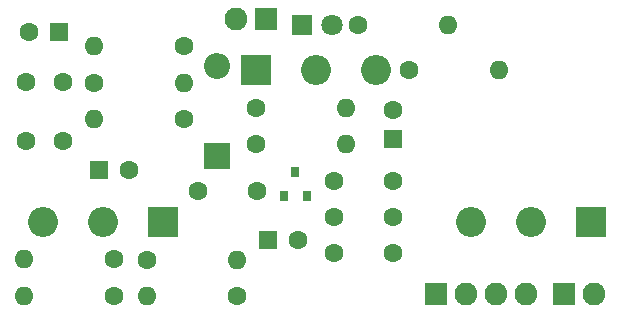
<source format=gbs>
%TF.GenerationSoftware,KiCad,Pcbnew,6.0.0+dfsg1-2*%
%TF.CreationDate,2022-01-11T21:45:25+02:00*%
%TF.ProjectId,gota-de-limon,676f7461-2d64-4652-9d6c-696d6f6e2e6b,rev?*%
%TF.SameCoordinates,Original*%
%TF.FileFunction,Soldermask,Bot*%
%TF.FilePolarity,Negative*%
%FSLAX46Y46*%
G04 Gerber Fmt 4.6, Leading zero omitted, Abs format (unit mm)*
G04 Created by KiCad (PCBNEW 6.0.0+dfsg1-2) date 2022-01-11 21:45:25*
%MOMM*%
%LPD*%
G01*
G04 APERTURE LIST*
%ADD10C,1.600000*%
%ADD11O,1.600000X1.600000*%
%ADD12R,2.200000X2.200000*%
%ADD13O,2.200000X2.200000*%
%ADD14R,1.930400X1.930400*%
%ADD15O,1.930400X1.930400*%
%ADD16R,1.600000X1.600000*%
%ADD17R,2.540000X2.540000*%
%ADD18O,2.540000X2.540000*%
%ADD19R,1.800000X1.800000*%
%ADD20C,1.800000*%
%ADD21R,0.800000X0.900000*%
G04 APERTURE END LIST*
D10*
%TO.C,R2*%
X52500000Y-48725000D03*
D11*
X44880000Y-48725000D03*
%TD*%
D10*
%TO.C,C7*%
X39170000Y-51830000D03*
X39170000Y-56830000D03*
%TD*%
D12*
%TO.C,D2*%
X55360000Y-58110000D03*
D13*
X55360000Y-50490000D03*
%TD*%
D14*
%TO.C,J3*%
X84680000Y-69720000D03*
D15*
X87220000Y-69720000D03*
%TD*%
D10*
%TO.C,C9*%
X42250000Y-56825000D03*
X42250000Y-51825000D03*
%TD*%
%TO.C,R5*%
X44900000Y-51850000D03*
D11*
X52520000Y-51850000D03*
%TD*%
D10*
%TO.C,C6*%
X58750000Y-61000000D03*
X53750000Y-61000000D03*
%TD*%
D16*
%TO.C,C1*%
X41920000Y-47570000D03*
D10*
X39420000Y-47570000D03*
%TD*%
%TO.C,C10*%
X70200000Y-66290000D03*
X65200000Y-66290000D03*
%TD*%
D14*
%TO.C,J2*%
X59480000Y-46470000D03*
D15*
X56940000Y-46470000D03*
%TD*%
D16*
%TO.C,C4*%
X59670000Y-65210000D03*
D10*
X62170000Y-65210000D03*
%TD*%
D17*
%TO.C,RV2*%
X50800000Y-63627000D03*
D18*
X45720000Y-63627000D03*
X40640000Y-63627000D03*
%TD*%
D17*
%TO.C,RV1*%
X58674000Y-50800000D03*
D18*
X63754000Y-50800000D03*
X68834000Y-50800000D03*
%TD*%
D10*
%TO.C,R1*%
X58674000Y-53975000D03*
D11*
X66294000Y-53975000D03*
%TD*%
D10*
%TO.C,R6*%
X57000000Y-69930000D03*
D11*
X49380000Y-69930000D03*
%TD*%
D14*
%TO.C,J1*%
X73910000Y-69720000D03*
D15*
X76450000Y-69720000D03*
X78990000Y-69720000D03*
X81530000Y-69720000D03*
%TD*%
D10*
%TO.C,R10*%
X46630000Y-66830000D03*
D11*
X39010000Y-66830000D03*
%TD*%
D10*
%TO.C,R11*%
X49370000Y-66870000D03*
D11*
X56990000Y-66870000D03*
%TD*%
D10*
%TO.C,C5*%
X70200000Y-60150000D03*
X65200000Y-60150000D03*
%TD*%
%TO.C,R7*%
X46630000Y-69900000D03*
D11*
X39010000Y-69900000D03*
%TD*%
D16*
%TO.C,C8*%
X45350000Y-59275000D03*
D10*
X47850000Y-59275000D03*
%TD*%
%TO.C,R8*%
X67250000Y-47000000D03*
D11*
X74870000Y-47000000D03*
%TD*%
D10*
%TO.C,R9*%
X52525000Y-54950000D03*
D11*
X44905000Y-54950000D03*
%TD*%
D17*
%TO.C,RV3*%
X86995000Y-63627000D03*
D18*
X81915000Y-63627000D03*
X76835000Y-63627000D03*
%TD*%
D10*
%TO.C,R3*%
X58670000Y-57050000D03*
D11*
X66290000Y-57050000D03*
%TD*%
D10*
%TO.C,C2*%
X65200000Y-63225000D03*
X70200000Y-63225000D03*
%TD*%
%TO.C,R4*%
X71600000Y-50800000D03*
D11*
X79220000Y-50800000D03*
%TD*%
D16*
%TO.C,C3*%
X70231000Y-56642000D03*
D10*
X70231000Y-54142000D03*
%TD*%
D19*
%TO.C,D1*%
X62500000Y-47000000D03*
D20*
X65040000Y-47000000D03*
%TD*%
D21*
%TO.C,Q1*%
X62926000Y-61452000D03*
X61026000Y-61452000D03*
X61976000Y-59452000D03*
%TD*%
M02*

</source>
